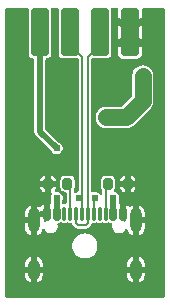
<source format=gbr>
%TF.GenerationSoftware,KiCad,Pcbnew,9.0.1*%
%TF.CreationDate,2025-06-25T00:30:31-04:00*%
%TF.ProjectId,DaughterBoard,44617567-6874-4657-9242-6f6172642e6b,rev?*%
%TF.SameCoordinates,Original*%
%TF.FileFunction,Copper,L1,Top*%
%TF.FilePolarity,Positive*%
%FSLAX46Y46*%
G04 Gerber Fmt 4.6, Leading zero omitted, Abs format (unit mm)*
G04 Created by KiCad (PCBNEW 9.0.1) date 2025-06-25 00:30:31*
%MOMM*%
%LPD*%
G01*
G04 APERTURE LIST*
G04 Aperture macros list*
%AMRoundRect*
0 Rectangle with rounded corners*
0 $1 Rounding radius*
0 $2 $3 $4 $5 $6 $7 $8 $9 X,Y pos of 4 corners*
0 Add a 4 corners polygon primitive as box body*
4,1,4,$2,$3,$4,$5,$6,$7,$8,$9,$2,$3,0*
0 Add four circle primitives for the rounded corners*
1,1,$1+$1,$2,$3*
1,1,$1+$1,$4,$5*
1,1,$1+$1,$6,$7*
1,1,$1+$1,$8,$9*
0 Add four rect primitives between the rounded corners*
20,1,$1+$1,$2,$3,$4,$5,0*
20,1,$1+$1,$4,$5,$6,$7,0*
20,1,$1+$1,$6,$7,$8,$9,0*
20,1,$1+$1,$8,$9,$2,$3,0*%
G04 Aperture macros list end*
%TA.AperFunction,SMDPad,CuDef*%
%ADD10RoundRect,0.150000X-0.150000X-0.425000X0.150000X-0.425000X0.150000X0.425000X-0.150000X0.425000X0*%
%TD*%
%TA.AperFunction,SMDPad,CuDef*%
%ADD11RoundRect,0.075000X-0.075000X-0.500000X0.075000X-0.500000X0.075000X0.500000X-0.075000X0.500000X0*%
%TD*%
%TA.AperFunction,HeatsinkPad*%
%ADD12O,1.000000X2.100000*%
%TD*%
%TA.AperFunction,HeatsinkPad*%
%ADD13O,1.000000X1.800000*%
%TD*%
%TA.AperFunction,SMDPad,CuDef*%
%ADD14RoundRect,0.225000X-0.525000X-1.775000X0.525000X-1.775000X0.525000X1.775000X-0.525000X1.775000X0*%
%TD*%
%TA.AperFunction,SMDPad,CuDef*%
%ADD15RoundRect,0.200000X-0.200000X-0.275000X0.200000X-0.275000X0.200000X0.275000X-0.200000X0.275000X0*%
%TD*%
%TA.AperFunction,SMDPad,CuDef*%
%ADD16RoundRect,0.200000X0.200000X0.275000X-0.200000X0.275000X-0.200000X-0.275000X0.200000X-0.275000X0*%
%TD*%
%TA.AperFunction,ViaPad*%
%ADD17C,0.609600*%
%TD*%
%TA.AperFunction,Conductor*%
%ADD18C,0.508000*%
%TD*%
%TA.AperFunction,Conductor*%
%ADD19C,0.635000*%
%TD*%
%TA.AperFunction,Conductor*%
%ADD20C,0.200000*%
%TD*%
%TA.AperFunction,Conductor*%
%ADD21C,1.397000*%
%TD*%
G04 APERTURE END LIST*
D10*
%TO.P,J4,A1,GND*%
%TO.N,GND*%
X100800000Y-70644400D03*
%TO.P,J4,A4,VBUS*%
%TO.N,VBUS*%
X101600000Y-70644400D03*
D11*
%TO.P,J4,A5,CC1*%
%TO.N,Net-(J4-CC1)*%
X102750000Y-70644401D03*
%TO.P,J4,A6,D+*%
%TO.N,/D+*%
X103750000Y-70644400D03*
%TO.P,J4,A7,D-*%
%TO.N,/D-*%
X104250000Y-70644400D03*
%TO.P,J4,A8,SBU1*%
%TO.N,unconnected-(J4-SBU1-PadA8)*%
X105250000Y-70644401D03*
D10*
%TO.P,J4,A9,VBUS*%
%TO.N,VBUS*%
X106400000Y-70644400D03*
%TO.P,J4,A12,GND*%
%TO.N,GND*%
X107200000Y-70644400D03*
%TO.P,J4,B1,GND*%
X107200000Y-70644400D03*
%TO.P,J4,B4,VBUS*%
%TO.N,VBUS*%
X106400000Y-70644400D03*
D11*
%TO.P,J4,B5,CC2*%
%TO.N,Net-(J4-CC2)*%
X105750000Y-70644400D03*
%TO.P,J4,B6,D+*%
%TO.N,/D+*%
X104750000Y-70644400D03*
%TO.P,J4,B7,D-*%
%TO.N,/D-*%
X103250000Y-70644400D03*
%TO.P,J4,B8,SBU2*%
%TO.N,unconnected-(J4-SBU2-PadB8)*%
X102250000Y-70644400D03*
D10*
%TO.P,J4,B9,VBUS*%
%TO.N,VBUS*%
X101600000Y-70644400D03*
%TO.P,J4,B12,GND*%
%TO.N,GND*%
X100800000Y-70644400D03*
D12*
%TO.P,J4,S1,SHIELD*%
X99680000Y-71219400D03*
D13*
X99680000Y-75399400D03*
D12*
X108320000Y-71219400D03*
D13*
X108320000Y-75399400D03*
%TD*%
D14*
%TO.P,J1,1,Pin_1*%
%TO.N,VBUS*%
X100190000Y-55300000D03*
%TO.P,J1,2,Pin_2*%
%TO.N,/D+*%
X102730000Y-55300000D03*
%TO.P,J1,3,Pin_3*%
%TO.N,/D-*%
X105270000Y-55300000D03*
%TO.P,J1,4,Pin_4*%
%TO.N,GND*%
X107810000Y-55300000D03*
%TD*%
D15*
%TO.P,R2,1*%
%TO.N,Net-(J4-CC2)*%
X105975000Y-68100000D03*
%TO.P,R2,2*%
%TO.N,GND*%
X107625000Y-68100000D03*
%TD*%
D16*
%TO.P,R1,1*%
%TO.N,Net-(J4-CC1)*%
X102525000Y-68100000D03*
%TO.P,R1,2*%
%TO.N,GND*%
X100875000Y-68100000D03*
%TD*%
D17*
%TO.N,VBUS*%
X101600000Y-65100000D03*
X101600000Y-69300000D03*
X106400000Y-69300000D03*
%TO.N,/D+*%
X103500000Y-69300000D03*
X104829800Y-69300000D03*
%TO.N,SYSTEM_VSS*%
X108900000Y-59800000D03*
X106700000Y-62500000D03*
X108900000Y-59000000D03*
X105800000Y-62500000D03*
%TD*%
D18*
%TO.N,VBUS*%
X101600000Y-65100000D02*
X100190000Y-63690000D01*
X101600000Y-70644400D02*
X101600000Y-69300000D01*
X100190000Y-63690000D02*
X100190000Y-55100000D01*
X106400000Y-70644400D02*
X106400000Y-69300000D01*
D19*
%TO.N,GND*%
X99755600Y-70644400D02*
X99700000Y-70700000D01*
D20*
%TO.N,/D-*%
X104250000Y-70644400D02*
X104250000Y-71450000D01*
X104100000Y-71600000D02*
X103400000Y-71600000D01*
X103400000Y-71600000D02*
X103250000Y-71450000D01*
X104250000Y-71450000D02*
X104100000Y-71600000D01*
X105270000Y-56330000D02*
X105270000Y-55100000D01*
X104250000Y-70644400D02*
X104225000Y-70619400D01*
X104225000Y-57375000D02*
X105270000Y-56330000D01*
X103250000Y-71450000D02*
X103250000Y-70644400D01*
X104225000Y-70619400D02*
X104225000Y-57375000D01*
%TO.N,/D+*%
X102730000Y-56330000D02*
X102730000Y-55100000D01*
X104829800Y-69300000D02*
X104825000Y-69304800D01*
X103775000Y-69575000D02*
X103775000Y-69975000D01*
X103775000Y-70619400D02*
X103750000Y-70644400D01*
X104750000Y-69425000D02*
X104750000Y-70644400D01*
X104800000Y-69425000D02*
X104750000Y-69425000D01*
X103775000Y-69975000D02*
X103775000Y-70619400D01*
X104825000Y-69400000D02*
X104800000Y-69425000D01*
X103775000Y-69975000D02*
X103775000Y-57375000D01*
X103775000Y-57375000D02*
X102730000Y-56330000D01*
X104825000Y-69304800D02*
X104825000Y-69400000D01*
D21*
%TO.N,SYSTEM_VSS*%
X108900000Y-59800000D02*
X108900000Y-61100000D01*
X105800000Y-62500000D02*
X107500000Y-62500000D01*
X107500000Y-62500000D02*
X108900000Y-61100000D01*
X108900000Y-61100000D02*
X108900000Y-59000000D01*
D20*
%TO.N,Net-(J4-CC1)*%
X102750000Y-68325000D02*
X102525000Y-68100000D01*
X102750000Y-70644401D02*
X102750000Y-68325000D01*
%TO.N,Net-(J4-CC2)*%
X105750000Y-70644400D02*
X105750000Y-68325000D01*
X105750000Y-68325000D02*
X105975000Y-68100000D01*
%TD*%
%TA.AperFunction,Conductor*%
%TO.N,GND*%
G36*
X99222814Y-53273713D02*
G01*
X99259359Y-53324013D01*
X99259359Y-53386187D01*
X99258660Y-53388259D01*
X99239016Y-53444400D01*
X99236300Y-53473364D01*
X99236300Y-57126636D01*
X99239016Y-57155600D01*
X99281699Y-57277581D01*
X99358440Y-57381560D01*
X99462419Y-57458301D01*
X99584400Y-57500984D01*
X99613364Y-57503700D01*
X99631700Y-57503700D01*
X99690831Y-57522913D01*
X99727376Y-57573213D01*
X99732300Y-57604300D01*
X99732300Y-63750260D01*
X99763493Y-63866669D01*
X99823747Y-63971032D01*
X99823749Y-63971035D01*
X100470509Y-64617795D01*
X101098734Y-65246020D01*
X101124771Y-65291119D01*
X101126150Y-65296269D01*
X101126151Y-65296271D01*
X101126153Y-65296274D01*
X101193099Y-65412226D01*
X101287774Y-65506901D01*
X101403726Y-65573847D01*
X101403728Y-65573848D01*
X101533049Y-65608499D01*
X101533053Y-65608499D01*
X101533055Y-65608500D01*
X101533057Y-65608500D01*
X101666943Y-65608500D01*
X101666945Y-65608500D01*
X101666947Y-65608499D01*
X101666950Y-65608499D01*
X101796270Y-65573848D01*
X101796271Y-65573848D01*
X101796271Y-65573847D01*
X101796274Y-65573847D01*
X101912226Y-65506901D01*
X102006901Y-65412226D01*
X102073847Y-65296274D01*
X102108500Y-65166945D01*
X102108500Y-65033055D01*
X102108499Y-65033053D01*
X102108499Y-65033049D01*
X102073848Y-64903729D01*
X102073848Y-64903728D01*
X102006900Y-64787773D01*
X101912226Y-64693099D01*
X101796271Y-64626151D01*
X101796269Y-64626150D01*
X101791119Y-64624771D01*
X101746020Y-64598734D01*
X100677165Y-63529879D01*
X100648939Y-63474481D01*
X100647700Y-63458744D01*
X100647700Y-57604300D01*
X100666913Y-57545169D01*
X100717213Y-57508624D01*
X100748300Y-57503700D01*
X100766631Y-57503700D01*
X100766636Y-57503700D01*
X100795600Y-57500984D01*
X100917581Y-57458301D01*
X101021560Y-57381560D01*
X101098301Y-57277581D01*
X101140984Y-57155600D01*
X101143700Y-57126636D01*
X101143700Y-53473364D01*
X101140984Y-53444400D01*
X101121361Y-53388323D01*
X101119967Y-53326168D01*
X101155374Y-53275060D01*
X101214060Y-53254525D01*
X101216317Y-53254500D01*
X101703683Y-53254500D01*
X101762814Y-53273713D01*
X101799359Y-53324013D01*
X101799359Y-53386187D01*
X101798660Y-53388259D01*
X101779016Y-53444400D01*
X101776300Y-53473364D01*
X101776300Y-57126636D01*
X101779016Y-57155600D01*
X101821699Y-57277581D01*
X101898440Y-57381560D01*
X102002419Y-57458301D01*
X102124400Y-57500984D01*
X102153364Y-57503700D01*
X102153369Y-57503700D01*
X103306631Y-57503700D01*
X103306636Y-57503700D01*
X103335600Y-57500984D01*
X103337472Y-57500328D01*
X103338726Y-57500300D01*
X103341577Y-57499678D01*
X103341698Y-57500233D01*
X103399627Y-57498931D01*
X103450737Y-57534335D01*
X103471275Y-57593019D01*
X103471300Y-57595282D01*
X103471300Y-68704058D01*
X103452087Y-68763189D01*
X103401787Y-68799734D01*
X103396737Y-68801230D01*
X103303729Y-68826151D01*
X103303728Y-68826151D01*
X103226010Y-68871023D01*
X103211195Y-68879577D01*
X103204601Y-68883384D01*
X103194083Y-68885619D01*
X103185387Y-68891938D01*
X103164358Y-68891938D01*
X103143785Y-68896311D01*
X103133963Y-68891938D01*
X103123213Y-68891938D01*
X103106200Y-68879577D01*
X103086986Y-68871023D01*
X103081609Y-68861711D01*
X103072913Y-68855393D01*
X103066414Y-68835394D01*
X103055898Y-68817179D01*
X103053700Y-68796262D01*
X103053700Y-68643267D01*
X103064665Y-68597595D01*
X103068771Y-68589536D01*
X103113727Y-68501305D01*
X103128700Y-68406770D01*
X103128700Y-67793230D01*
X103113727Y-67698695D01*
X103055671Y-67584753D01*
X102965247Y-67494329D01*
X102965244Y-67494327D01*
X102965243Y-67494326D01*
X102965244Y-67494326D01*
X102851308Y-67436274D01*
X102851303Y-67436272D01*
X102756774Y-67421300D01*
X102756770Y-67421300D01*
X102293230Y-67421300D01*
X102293225Y-67421300D01*
X102198696Y-67436272D01*
X102198691Y-67436274D01*
X102084756Y-67494326D01*
X101994326Y-67584756D01*
X101936274Y-67698691D01*
X101936272Y-67698696D01*
X101921300Y-67793225D01*
X101921300Y-68406774D01*
X101936272Y-68501303D01*
X101936274Y-68501308D01*
X101994326Y-68615243D01*
X101994327Y-68615244D01*
X101994329Y-68615247D01*
X102084753Y-68705671D01*
X102084755Y-68705672D01*
X102084756Y-68705673D01*
X102119030Y-68723136D01*
X102198695Y-68763727D01*
X102293226Y-68778699D01*
X102293228Y-68778700D01*
X102293230Y-68778700D01*
X102345700Y-68778700D01*
X102404831Y-68797913D01*
X102441376Y-68848213D01*
X102446300Y-68879300D01*
X102446300Y-69765100D01*
X102441376Y-69780254D01*
X102441376Y-69796187D01*
X102432010Y-69809077D01*
X102427087Y-69824231D01*
X102414196Y-69833596D01*
X102404831Y-69846487D01*
X102389677Y-69851410D01*
X102376787Y-69860776D01*
X102345700Y-69865700D01*
X102158300Y-69865700D01*
X102099169Y-69846487D01*
X102062624Y-69796187D01*
X102057700Y-69765100D01*
X102057700Y-69551196D01*
X102071178Y-69500895D01*
X102073847Y-69496274D01*
X102108500Y-69366945D01*
X102108500Y-69233055D01*
X102108499Y-69233053D01*
X102108499Y-69233049D01*
X102073848Y-69103729D01*
X102073848Y-69103728D01*
X102033876Y-69034495D01*
X102006901Y-68987774D01*
X101912226Y-68893099D01*
X101910215Y-68891938D01*
X101796271Y-68826151D01*
X101666950Y-68791500D01*
X101666945Y-68791500D01*
X101533055Y-68791500D01*
X101531144Y-68791500D01*
X101472013Y-68772287D01*
X101435468Y-68721987D01*
X101435468Y-68659813D01*
X101450201Y-68631162D01*
X101480921Y-68589536D01*
X101526123Y-68460355D01*
X101529000Y-68429679D01*
X101529000Y-68354000D01*
X101129000Y-68354000D01*
X101129000Y-68829000D01*
X101137695Y-68837695D01*
X101170065Y-68848213D01*
X101206610Y-68898513D01*
X101206610Y-68960687D01*
X101195603Y-68981606D01*
X101196396Y-68982064D01*
X101126151Y-69103728D01*
X101126151Y-69103729D01*
X101091500Y-69233049D01*
X101091500Y-69366950D01*
X101126151Y-69496270D01*
X101126152Y-69496272D01*
X101126153Y-69496274D01*
X101128821Y-69500895D01*
X101142300Y-69551196D01*
X101142300Y-69723033D01*
X101123087Y-69782164D01*
X101072787Y-69818709D01*
X101062573Y-69819513D01*
X101054000Y-69826835D01*
X101054000Y-71057269D01*
X101034787Y-71116400D01*
X100984487Y-71152945D01*
X100979438Y-71154441D01*
X100886323Y-71179391D01*
X100886320Y-71179392D01*
X100754178Y-71255685D01*
X100717735Y-71292129D01*
X100662337Y-71320355D01*
X100600929Y-71310629D01*
X100556965Y-71266665D01*
X100546000Y-71220994D01*
X100546000Y-70898400D01*
X100240000Y-70898400D01*
X100180869Y-70879187D01*
X100144324Y-70828887D01*
X100139400Y-70797800D01*
X100139400Y-70491000D01*
X100158613Y-70431869D01*
X100208913Y-70395324D01*
X100240000Y-70390400D01*
X100546000Y-70390400D01*
X100546000Y-69826835D01*
X100545999Y-69826835D01*
X100523600Y-69830383D01*
X100409578Y-69888480D01*
X100319081Y-69978977D01*
X100290419Y-70035230D01*
X100246455Y-70079194D01*
X100185046Y-70088919D01*
X100144894Y-70073204D01*
X100037149Y-70001212D01*
X99934000Y-69958485D01*
X99934000Y-70509339D01*
X99920060Y-70485195D01*
X99864205Y-70429340D01*
X99795796Y-70389844D01*
X99719496Y-70369400D01*
X99640504Y-70369400D01*
X99564204Y-70389844D01*
X99495795Y-70429340D01*
X99439940Y-70485195D01*
X99426000Y-70509339D01*
X99426000Y-69958486D01*
X99425999Y-69958485D01*
X99322850Y-70001212D01*
X99199354Y-70083728D01*
X99199353Y-70083730D01*
X99094330Y-70188753D01*
X99094328Y-70188754D01*
X99011816Y-70312242D01*
X99011812Y-70312250D01*
X98954976Y-70449463D01*
X98926000Y-70595138D01*
X98926000Y-70965400D01*
X99380000Y-70965400D01*
X99380000Y-71473400D01*
X98926000Y-71473400D01*
X98926000Y-71843661D01*
X98954976Y-71989336D01*
X99011812Y-72126549D01*
X99011816Y-72126557D01*
X99094328Y-72250045D01*
X99199354Y-72355071D01*
X99322842Y-72437583D01*
X99322850Y-72437587D01*
X99425999Y-72480313D01*
X99426000Y-72480313D01*
X99426000Y-71929460D01*
X99439940Y-71953605D01*
X99495795Y-72009460D01*
X99564204Y-72048956D01*
X99640504Y-72069400D01*
X99719496Y-72069400D01*
X99795796Y-72048956D01*
X99864205Y-72009460D01*
X99920060Y-71953605D01*
X99934000Y-71929460D01*
X99934000Y-72480313D01*
X100037149Y-72437587D01*
X100037157Y-72437583D01*
X100160645Y-72355071D01*
X100160647Y-72355070D01*
X100265670Y-72250047D01*
X100265671Y-72250045D01*
X100348183Y-72126557D01*
X100348187Y-72126549D01*
X100406916Y-71984768D01*
X100409299Y-71985755D01*
X100439107Y-71942846D01*
X100497818Y-71922384D01*
X100557343Y-71940339D01*
X100587072Y-71972661D01*
X100646285Y-72075221D01*
X100754178Y-72183114D01*
X100754177Y-72183114D01*
X100754179Y-72183115D01*
X100886322Y-72259408D01*
X100886323Y-72259408D01*
X100886325Y-72259409D01*
X101033702Y-72298899D01*
X101033704Y-72298899D01*
X101033707Y-72298900D01*
X101033709Y-72298900D01*
X101186291Y-72298900D01*
X101186293Y-72298900D01*
X101333678Y-72259408D01*
X101465821Y-72183115D01*
X101573715Y-72075221D01*
X101650008Y-71943078D01*
X101689500Y-71795693D01*
X101689500Y-71643107D01*
X101689499Y-71643105D01*
X101689499Y-71643101D01*
X101664482Y-71549736D01*
X101667736Y-71487647D01*
X101706864Y-71439329D01*
X101761654Y-71423099D01*
X101783569Y-71423099D01*
X101783569Y-71423098D01*
X101852319Y-71413083D01*
X101924763Y-71377667D01*
X101986321Y-71368958D01*
X102009579Y-71376018D01*
X102014766Y-71378308D01*
X102014768Y-71378310D01*
X102110086Y-71420397D01*
X102133385Y-71423100D01*
X102366614Y-71423099D01*
X102376740Y-71421924D01*
X102389907Y-71420398D01*
X102389908Y-71420397D01*
X102389914Y-71420397D01*
X102406481Y-71413082D01*
X102459365Y-71389732D01*
X102521218Y-71383423D01*
X102540634Y-71389732D01*
X102610086Y-71420398D01*
X102633385Y-71423101D01*
X102851185Y-71423100D01*
X102910316Y-71442313D01*
X102946861Y-71492612D01*
X102948357Y-71497663D01*
X102966994Y-71567220D01*
X102966996Y-71567225D01*
X103006977Y-71636474D01*
X103213525Y-71843022D01*
X103282774Y-71883003D01*
X103282780Y-71883006D01*
X103350881Y-71901252D01*
X103360017Y-71903700D01*
X103360018Y-71903700D01*
X104139982Y-71903700D01*
X104139983Y-71903700D01*
X104168775Y-71895985D01*
X104217219Y-71883006D01*
X104217221Y-71883004D01*
X104217224Y-71883004D01*
X104286476Y-71843021D01*
X104493021Y-71636476D01*
X104533004Y-71567224D01*
X104551642Y-71497661D01*
X104585503Y-71445519D01*
X104643547Y-71423237D01*
X104648778Y-71423099D01*
X104866614Y-71423099D01*
X104876740Y-71421924D01*
X104889907Y-71420398D01*
X104889908Y-71420397D01*
X104889914Y-71420397D01*
X104906481Y-71413082D01*
X104959365Y-71389732D01*
X105021218Y-71383423D01*
X105040634Y-71389732D01*
X105110086Y-71420398D01*
X105133385Y-71423101D01*
X105366614Y-71423100D01*
X105376740Y-71421925D01*
X105389907Y-71420399D01*
X105389908Y-71420398D01*
X105389914Y-71420398D01*
X105413425Y-71410017D01*
X105459367Y-71389732D01*
X105521220Y-71383423D01*
X105540635Y-71389732D01*
X105610083Y-71420396D01*
X105610086Y-71420397D01*
X105633385Y-71423100D01*
X105866614Y-71423099D01*
X105876740Y-71421924D01*
X105889907Y-71420398D01*
X105889907Y-71420397D01*
X105889914Y-71420397D01*
X105985232Y-71378310D01*
X105985234Y-71378307D01*
X105990420Y-71376018D01*
X106052273Y-71369709D01*
X106075233Y-71377666D01*
X106111714Y-71395500D01*
X106147678Y-71413082D01*
X106147679Y-71413082D01*
X106147681Y-71413083D01*
X106216431Y-71423100D01*
X106238344Y-71423099D01*
X106297474Y-71442310D01*
X106334021Y-71492608D01*
X106335518Y-71549736D01*
X106310500Y-71643101D01*
X106310500Y-71795697D01*
X106349990Y-71943074D01*
X106349992Y-71943079D01*
X106426285Y-72075221D01*
X106534178Y-72183114D01*
X106534177Y-72183114D01*
X106534179Y-72183115D01*
X106666322Y-72259408D01*
X106666323Y-72259408D01*
X106666325Y-72259409D01*
X106813702Y-72298899D01*
X106813704Y-72298899D01*
X106813707Y-72298900D01*
X106813709Y-72298900D01*
X106966291Y-72298900D01*
X106966293Y-72298900D01*
X107113678Y-72259408D01*
X107245821Y-72183115D01*
X107353715Y-72075221D01*
X107412929Y-71972658D01*
X107459131Y-71931059D01*
X107520964Y-71924559D01*
X107574809Y-71955646D01*
X107591615Y-71985376D01*
X107593084Y-71984768D01*
X107651812Y-72126549D01*
X107651816Y-72126557D01*
X107734328Y-72250045D01*
X107839354Y-72355071D01*
X107962842Y-72437583D01*
X107962850Y-72437587D01*
X108065999Y-72480313D01*
X108066000Y-72480313D01*
X108066000Y-71929460D01*
X108079940Y-71953605D01*
X108135795Y-72009460D01*
X108204204Y-72048956D01*
X108280504Y-72069400D01*
X108359496Y-72069400D01*
X108435796Y-72048956D01*
X108504205Y-72009460D01*
X108560060Y-71953605D01*
X108574000Y-71929460D01*
X108574000Y-72480313D01*
X108677149Y-72437587D01*
X108677157Y-72437583D01*
X108800645Y-72355071D01*
X108800647Y-72355070D01*
X108905670Y-72250047D01*
X108905671Y-72250045D01*
X108988183Y-72126557D01*
X108988187Y-72126549D01*
X109045023Y-71989336D01*
X109074000Y-71843661D01*
X109074000Y-71473400D01*
X108620000Y-71473400D01*
X108620000Y-70965400D01*
X109074000Y-70965400D01*
X109074000Y-70595138D01*
X109045023Y-70449463D01*
X108988187Y-70312250D01*
X108988183Y-70312242D01*
X108905671Y-70188754D01*
X108800645Y-70083728D01*
X108677149Y-70001212D01*
X108574000Y-69958485D01*
X108574000Y-70509339D01*
X108560060Y-70485195D01*
X108504205Y-70429340D01*
X108435796Y-70389844D01*
X108359496Y-70369400D01*
X108280504Y-70369400D01*
X108204204Y-70389844D01*
X108135795Y-70429340D01*
X108079940Y-70485195D01*
X108066000Y-70509339D01*
X108066000Y-69958486D01*
X108065999Y-69958485D01*
X107962850Y-70001212D01*
X107855105Y-70073204D01*
X107795265Y-70090080D01*
X107736933Y-70068560D01*
X107709579Y-70035229D01*
X107680917Y-69978976D01*
X107590421Y-69888480D01*
X107590422Y-69888480D01*
X107476399Y-69830383D01*
X107454000Y-69826835D01*
X107454000Y-71220994D01*
X107434787Y-71280125D01*
X107384487Y-71316670D01*
X107322313Y-71316670D01*
X107282265Y-71292129D01*
X107245821Y-71255685D01*
X107245822Y-71255685D01*
X107113679Y-71179392D01*
X107113676Y-71179391D01*
X107020562Y-71154441D01*
X106968419Y-71120578D01*
X106946138Y-71062534D01*
X106946000Y-71057269D01*
X106946000Y-70898400D01*
X106933164Y-70885564D01*
X106904938Y-70830166D01*
X106903699Y-70814437D01*
X106903699Y-70474369D01*
X106922912Y-70415239D01*
X106933165Y-70403234D01*
X106946000Y-70390399D01*
X106946000Y-69826835D01*
X106936485Y-69818709D01*
X106927213Y-69818709D01*
X106920646Y-69813938D01*
X106912628Y-69812668D01*
X106895968Y-69796008D01*
X106876913Y-69782164D01*
X106874404Y-69774444D01*
X106868664Y-69768704D01*
X106857700Y-69723033D01*
X106857700Y-69551196D01*
X106871178Y-69500895D01*
X106873847Y-69496274D01*
X106908500Y-69366945D01*
X106908500Y-69233055D01*
X106908499Y-69233053D01*
X106908499Y-69233049D01*
X106873848Y-69103729D01*
X106873848Y-69103728D01*
X106833876Y-69034495D01*
X106806901Y-68987774D01*
X106712226Y-68893099D01*
X106710215Y-68891938D01*
X106596271Y-68826151D01*
X106526787Y-68807534D01*
X106474644Y-68773672D01*
X106452362Y-68715628D01*
X106468453Y-68655572D01*
X106481681Y-68639236D01*
X106505671Y-68615247D01*
X106563727Y-68501305D01*
X106575072Y-68429679D01*
X106971000Y-68429679D01*
X106973876Y-68460355D01*
X107019078Y-68589536D01*
X107100347Y-68699652D01*
X107210463Y-68780921D01*
X107339644Y-68826123D01*
X107370320Y-68829000D01*
X107371000Y-68829000D01*
X107879000Y-68829000D01*
X107879680Y-68829000D01*
X107910355Y-68826123D01*
X108039536Y-68780921D01*
X108149652Y-68699652D01*
X108230921Y-68589536D01*
X108276123Y-68460355D01*
X108279000Y-68429679D01*
X108279000Y-68354000D01*
X107879000Y-68354000D01*
X107879000Y-68829000D01*
X107371000Y-68829000D01*
X107371000Y-68354000D01*
X106971000Y-68354000D01*
X106971000Y-68429679D01*
X106575072Y-68429679D01*
X106578700Y-68406770D01*
X106578700Y-67793230D01*
X106577191Y-67783700D01*
X106577191Y-67783699D01*
X106575072Y-67770320D01*
X106971000Y-67770320D01*
X106971000Y-67846000D01*
X107371000Y-67846000D01*
X107879000Y-67846000D01*
X108279000Y-67846000D01*
X108279000Y-67770320D01*
X108276123Y-67739644D01*
X108230921Y-67610463D01*
X108149652Y-67500347D01*
X108039536Y-67419078D01*
X107910355Y-67373876D01*
X107879680Y-67371000D01*
X107879000Y-67371000D01*
X107879000Y-67846000D01*
X107371000Y-67846000D01*
X107371000Y-67371000D01*
X107370320Y-67371000D01*
X107339644Y-67373876D01*
X107210463Y-67419078D01*
X107100347Y-67500347D01*
X107019078Y-67610463D01*
X106973876Y-67739644D01*
X106971000Y-67770320D01*
X106575072Y-67770320D01*
X106563727Y-67698697D01*
X106563727Y-67698696D01*
X106563727Y-67698695D01*
X106505671Y-67584753D01*
X106415247Y-67494329D01*
X106415244Y-67494327D01*
X106415243Y-67494326D01*
X106415244Y-67494326D01*
X106301308Y-67436274D01*
X106301303Y-67436272D01*
X106206774Y-67421300D01*
X106206770Y-67421300D01*
X105743230Y-67421300D01*
X105743225Y-67421300D01*
X105648696Y-67436272D01*
X105648691Y-67436274D01*
X105534756Y-67494326D01*
X105444326Y-67584756D01*
X105386274Y-67698691D01*
X105386272Y-67698696D01*
X105371300Y-67793225D01*
X105371300Y-68406774D01*
X105386272Y-68501303D01*
X105386273Y-68501305D01*
X105435335Y-68597595D01*
X105446300Y-68643267D01*
X105446300Y-68975364D01*
X105427087Y-69034495D01*
X105376787Y-69071040D01*
X105314613Y-69071040D01*
X105264313Y-69034495D01*
X105258579Y-69025665D01*
X105236704Y-68987778D01*
X105236701Y-68987774D01*
X105142026Y-68893099D01*
X105026071Y-68826151D01*
X104896750Y-68791500D01*
X104896745Y-68791500D01*
X104762855Y-68791500D01*
X104762853Y-68791500D01*
X104762847Y-68791501D01*
X104655336Y-68820308D01*
X104593247Y-68817054D01*
X104544929Y-68777926D01*
X104528700Y-68723136D01*
X104528700Y-62411141D01*
X104897800Y-62411141D01*
X104897800Y-62588858D01*
X104932471Y-62763164D01*
X105000479Y-62927348D01*
X105000481Y-62927352D01*
X105050182Y-63001734D01*
X105099214Y-63075117D01*
X105099216Y-63075119D01*
X105224881Y-63200784D01*
X105372648Y-63299519D01*
X105454743Y-63333524D01*
X105536835Y-63367528D01*
X105536836Y-63367528D01*
X105536838Y-63367529D01*
X105711141Y-63402200D01*
X105711142Y-63402200D01*
X107588858Y-63402200D01*
X107588859Y-63402200D01*
X107763162Y-63367529D01*
X107927352Y-63299519D01*
X108075119Y-63200785D01*
X109600785Y-61675119D01*
X109699519Y-61527352D01*
X109767529Y-61363162D01*
X109802200Y-61188859D01*
X109802200Y-61011141D01*
X109802200Y-58911141D01*
X109767529Y-58736838D01*
X109699519Y-58572648D01*
X109600784Y-58424881D01*
X109475119Y-58299216D01*
X109475117Y-58299214D01*
X109401734Y-58250182D01*
X109327352Y-58200481D01*
X109327349Y-58200479D01*
X109327348Y-58200479D01*
X109163164Y-58132471D01*
X109046960Y-58109357D01*
X108988859Y-58097800D01*
X108811141Y-58097800D01*
X108767565Y-58106467D01*
X108636835Y-58132471D01*
X108472651Y-58200479D01*
X108324882Y-58299214D01*
X108324881Y-58299216D01*
X108199216Y-58424881D01*
X108199214Y-58424882D01*
X108100479Y-58572651D01*
X108032471Y-58736835D01*
X107997800Y-58911141D01*
X107997800Y-60684626D01*
X107978587Y-60743757D01*
X107968335Y-60755761D01*
X107155761Y-61568335D01*
X107100363Y-61596561D01*
X107084626Y-61597800D01*
X105711141Y-61597800D01*
X105667565Y-61606467D01*
X105536835Y-61632471D01*
X105372651Y-61700479D01*
X105224882Y-61799214D01*
X105224881Y-61799216D01*
X105099216Y-61924881D01*
X105099214Y-61924882D01*
X105000479Y-62072651D01*
X104932471Y-62236835D01*
X104897800Y-62411141D01*
X104528700Y-62411141D01*
X104528700Y-57595282D01*
X104547913Y-57536151D01*
X104598213Y-57499606D01*
X104660387Y-57499606D01*
X104662445Y-57500300D01*
X104664400Y-57500984D01*
X104693364Y-57503700D01*
X104693369Y-57503700D01*
X105846631Y-57503700D01*
X105846636Y-57503700D01*
X105875600Y-57500984D01*
X105997581Y-57458301D01*
X106101560Y-57381560D01*
X106178301Y-57277581D01*
X106220984Y-57155600D01*
X106223700Y-57126636D01*
X106223700Y-56549402D01*
X106806000Y-56549402D01*
X106806000Y-57120819D01*
X106812133Y-57177865D01*
X106812133Y-57177867D01*
X106860266Y-57306919D01*
X106942813Y-57417186D01*
X107053080Y-57499733D01*
X107182133Y-57547866D01*
X107239180Y-57554000D01*
X108380820Y-57554000D01*
X108437865Y-57547866D01*
X108437867Y-57547866D01*
X108566919Y-57499733D01*
X108677186Y-57417186D01*
X108759733Y-57306919D01*
X108807866Y-57177867D01*
X108807866Y-57177865D01*
X108814000Y-57120819D01*
X108814000Y-56517200D01*
X108812130Y-56519070D01*
X108756732Y-56547296D01*
X108695324Y-56537570D01*
X108669860Y-56519070D01*
X107810000Y-55659210D01*
X106950140Y-56519070D01*
X106943439Y-56522484D01*
X106939091Y-56528620D01*
X106916233Y-56536345D01*
X106894742Y-56547296D01*
X106887315Y-56546119D01*
X106880191Y-56548528D01*
X106806000Y-56549402D01*
X106223700Y-56549402D01*
X106223700Y-55944789D01*
X106806000Y-55944789D01*
X107450790Y-55300000D01*
X108169210Y-55300000D01*
X108814000Y-55944790D01*
X108814000Y-54655210D01*
X108169210Y-55300000D01*
X107450790Y-55300000D01*
X106806000Y-54655210D01*
X106806000Y-55944789D01*
X106223700Y-55944789D01*
X106223700Y-53473364D01*
X106220984Y-53444400D01*
X106201361Y-53388323D01*
X106199967Y-53326168D01*
X106235374Y-53275060D01*
X106294060Y-53254525D01*
X106296317Y-53254500D01*
X106729766Y-53254500D01*
X106788897Y-53273713D01*
X106825442Y-53324013D01*
X106825442Y-53386187D01*
X106824023Y-53390256D01*
X106812133Y-53422132D01*
X106812133Y-53422134D01*
X106806000Y-53479180D01*
X106806000Y-54082799D01*
X106807870Y-54080930D01*
X106863268Y-54052704D01*
X106924676Y-54062430D01*
X106950140Y-54080930D01*
X107810000Y-54940790D01*
X108669860Y-54080930D01*
X108725258Y-54052704D01*
X108786666Y-54062430D01*
X108812130Y-54080930D01*
X108814000Y-54082800D01*
X108814000Y-53479180D01*
X108807866Y-53422134D01*
X108807866Y-53422132D01*
X108795977Y-53390256D01*
X108793314Y-53328139D01*
X108827671Y-53276320D01*
X108885926Y-53254592D01*
X108890234Y-53254500D01*
X110644900Y-53254500D01*
X110704031Y-53273713D01*
X110740576Y-53324013D01*
X110745500Y-53355100D01*
X110745500Y-77644900D01*
X110726287Y-77704031D01*
X110675987Y-77740576D01*
X110644900Y-77745500D01*
X97355100Y-77745500D01*
X97295969Y-77726287D01*
X97259424Y-77675987D01*
X97254500Y-77644900D01*
X97254500Y-74925138D01*
X98926000Y-74925138D01*
X98926000Y-75145400D01*
X99380000Y-75145400D01*
X99380000Y-75653400D01*
X98926000Y-75653400D01*
X98926000Y-75873661D01*
X98954976Y-76019336D01*
X99011812Y-76156549D01*
X99011816Y-76156557D01*
X99094328Y-76280045D01*
X99199354Y-76385071D01*
X99322842Y-76467583D01*
X99322850Y-76467587D01*
X99425999Y-76510313D01*
X99426000Y-76510313D01*
X99426000Y-75959460D01*
X99439940Y-75983605D01*
X99495795Y-76039460D01*
X99564204Y-76078956D01*
X99640504Y-76099400D01*
X99719496Y-76099400D01*
X99795796Y-76078956D01*
X99864205Y-76039460D01*
X99920060Y-75983605D01*
X99934000Y-75959460D01*
X99934000Y-76510313D01*
X100037149Y-76467587D01*
X100037157Y-76467583D01*
X100160645Y-76385071D01*
X100160647Y-76385070D01*
X100265670Y-76280047D01*
X100265671Y-76280045D01*
X100348183Y-76156557D01*
X100348187Y-76156549D01*
X100405023Y-76019336D01*
X100434000Y-75873661D01*
X100434000Y-75653400D01*
X99980000Y-75653400D01*
X99980000Y-75145400D01*
X100434000Y-75145400D01*
X100434000Y-74925138D01*
X107566000Y-74925138D01*
X107566000Y-75145400D01*
X108020000Y-75145400D01*
X108020000Y-75653400D01*
X107566000Y-75653400D01*
X107566000Y-75873661D01*
X107594976Y-76019336D01*
X107651812Y-76156549D01*
X107651816Y-76156557D01*
X107734328Y-76280045D01*
X107839354Y-76385071D01*
X107962842Y-76467583D01*
X107962850Y-76467587D01*
X108065999Y-76510313D01*
X108066000Y-76510313D01*
X108066000Y-75959460D01*
X108079940Y-75983605D01*
X108135795Y-76039460D01*
X108204204Y-76078956D01*
X108280504Y-76099400D01*
X108359496Y-76099400D01*
X108435796Y-76078956D01*
X108504205Y-76039460D01*
X108560060Y-75983605D01*
X108574000Y-75959460D01*
X108574000Y-76510313D01*
X108677149Y-76467587D01*
X108677157Y-76467583D01*
X108800645Y-76385071D01*
X108800647Y-76385070D01*
X108905670Y-76280047D01*
X108905671Y-76280045D01*
X108988183Y-76156557D01*
X108988187Y-76156549D01*
X109045023Y-76019336D01*
X109074000Y-75873661D01*
X109074000Y-75653400D01*
X108620000Y-75653400D01*
X108620000Y-75145400D01*
X109074000Y-75145400D01*
X109074000Y-74925138D01*
X109045023Y-74779463D01*
X108988187Y-74642250D01*
X108988183Y-74642242D01*
X108905671Y-74518754D01*
X108800645Y-74413728D01*
X108677149Y-74331212D01*
X108574000Y-74288485D01*
X108574000Y-74839339D01*
X108560060Y-74815195D01*
X108504205Y-74759340D01*
X108435796Y-74719844D01*
X108359496Y-74699400D01*
X108280504Y-74699400D01*
X108204204Y-74719844D01*
X108135795Y-74759340D01*
X108079940Y-74815195D01*
X108066000Y-74839339D01*
X108066000Y-74288486D01*
X108065999Y-74288485D01*
X107962850Y-74331212D01*
X107839354Y-74413728D01*
X107839353Y-74413730D01*
X107734330Y-74518753D01*
X107734328Y-74518754D01*
X107651816Y-74642242D01*
X107651812Y-74642250D01*
X107594976Y-74779463D01*
X107566000Y-74925138D01*
X100434000Y-74925138D01*
X100405023Y-74779463D01*
X100348187Y-74642250D01*
X100348183Y-74642242D01*
X100265671Y-74518754D01*
X100160645Y-74413728D01*
X100037149Y-74331212D01*
X99934000Y-74288485D01*
X99934000Y-74839339D01*
X99920060Y-74815195D01*
X99864205Y-74759340D01*
X99795796Y-74719844D01*
X99719496Y-74699400D01*
X99640504Y-74699400D01*
X99564204Y-74719844D01*
X99495795Y-74759340D01*
X99439940Y-74815195D01*
X99426000Y-74839339D01*
X99426000Y-74288486D01*
X99425999Y-74288485D01*
X99322850Y-74331212D01*
X99199354Y-74413728D01*
X99199353Y-74413730D01*
X99094330Y-74518753D01*
X99094328Y-74518754D01*
X99011816Y-74642242D01*
X99011812Y-74642250D01*
X98954976Y-74779463D01*
X98926000Y-74925138D01*
X97254500Y-74925138D01*
X97254500Y-73271141D01*
X102945500Y-73271141D01*
X102945500Y-73478858D01*
X102986024Y-73682588D01*
X103065511Y-73874487D01*
X103065512Y-73874489D01*
X103065514Y-73874493D01*
X103180917Y-74047204D01*
X103327796Y-74194083D01*
X103500507Y-74309486D01*
X103500512Y-74309488D01*
X103692411Y-74388975D01*
X103692412Y-74388975D01*
X103692414Y-74388976D01*
X103896141Y-74429500D01*
X103896142Y-74429500D01*
X104103858Y-74429500D01*
X104103859Y-74429500D01*
X104307586Y-74388976D01*
X104499493Y-74309486D01*
X104672204Y-74194083D01*
X104819083Y-74047204D01*
X104934486Y-73874493D01*
X105013976Y-73682586D01*
X105054500Y-73478859D01*
X105054500Y-73271141D01*
X105013976Y-73067414D01*
X104934486Y-72875507D01*
X104819083Y-72702796D01*
X104672204Y-72555917D01*
X104499493Y-72440514D01*
X104499489Y-72440512D01*
X104499487Y-72440511D01*
X104307588Y-72361024D01*
X104171768Y-72334008D01*
X104103859Y-72320500D01*
X103896141Y-72320500D01*
X103845209Y-72330631D01*
X103692411Y-72361024D01*
X103500512Y-72440511D01*
X103500508Y-72440513D01*
X103500507Y-72440514D01*
X103440944Y-72480313D01*
X103327797Y-72555916D01*
X103180916Y-72702797D01*
X103065511Y-72875512D01*
X102986024Y-73067411D01*
X102945500Y-73271141D01*
X97254500Y-73271141D01*
X97254500Y-68429679D01*
X100221000Y-68429679D01*
X100223876Y-68460355D01*
X100269078Y-68589536D01*
X100350347Y-68699652D01*
X100460463Y-68780921D01*
X100589644Y-68826123D01*
X100620320Y-68829000D01*
X100621000Y-68829000D01*
X100621000Y-68354000D01*
X100221000Y-68354000D01*
X100221000Y-68429679D01*
X97254500Y-68429679D01*
X97254500Y-67770320D01*
X100221000Y-67770320D01*
X100221000Y-67846000D01*
X100621000Y-67846000D01*
X101129000Y-67846000D01*
X101529000Y-67846000D01*
X101529000Y-67770320D01*
X101526123Y-67739644D01*
X101480921Y-67610463D01*
X101399652Y-67500347D01*
X101289536Y-67419078D01*
X101160355Y-67373876D01*
X101129680Y-67371000D01*
X101129000Y-67371000D01*
X101129000Y-67846000D01*
X100621000Y-67846000D01*
X100621000Y-67371000D01*
X100620320Y-67371000D01*
X100589644Y-67373876D01*
X100460463Y-67419078D01*
X100350347Y-67500347D01*
X100269078Y-67610463D01*
X100223876Y-67739644D01*
X100221000Y-67770320D01*
X97254500Y-67770320D01*
X97254500Y-53355100D01*
X97273713Y-53295969D01*
X97324013Y-53259424D01*
X97355100Y-53254500D01*
X99163683Y-53254500D01*
X99222814Y-53273713D01*
G37*
%TD.AperFunction*%
%TD*%
M02*

</source>
